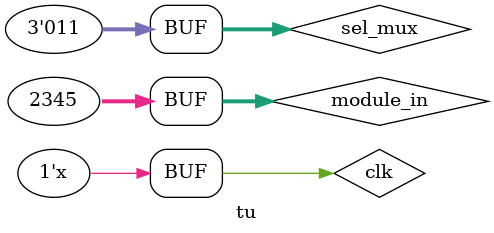
<source format=v>
`timescale 1ns / 1ps


module tu;

	// Inputs
	reg clk;
	reg [31:0] module_in;
	reg [2:0] sel_mux;

	// Outputs
	wire [7:0] out1;
	wire [7:0] out2;
	wire [7:0] out3;
	wire [7:0] out4;
	wire [7:0] out5;
	wire [7:0] out6;
	wire [7:0] out7;
	wire [7:0] out8;

	// Instantiate the Unit Under Test (UUT)
	sm_top_module uut (
		.clk(clk), 
		.module_in(module_in), 
		.sel_mux(sel_mux), 
		.out1(out1), 
		.out2(out2), 
		.out3(out3), 
		.out4(out4), 
		.out5(out5), 
		.out6(out6), 
		.out7(out7), 
		.out8(out8)
	);
	agm instance_name (
    .en_rd(en_rd), 
    .en_wr(en_wr), 
    .reset_rd(reset_rd), 
    .reset_wr(reset_wr), 
    .clk_rd(clk_rd), 
    .clk_wr(clk_wr), 
    .W_BRAM_ADDR(W_BRAM_ADDR), 
    .R_BRAM_ADDR(R_BRAM_ADDR), 
    .pause(pause), 
    .wea(wea), 
    .sel(sel_mux), 
    .start(start)
    );


	initial begin
		// Initialize Inputs
		clk = 0;
		module_in = 2345;
		sel_mux = 0;

		// Wait 100 ns for global reset to finish
		#100;
		sel_mux = 1;
		#10
		sel_mux = 2;
		#10
		sel_mux = 3;
       
		// Add stimulus here

	end
    always #10 clk=~clk;  
endmodule


</source>
